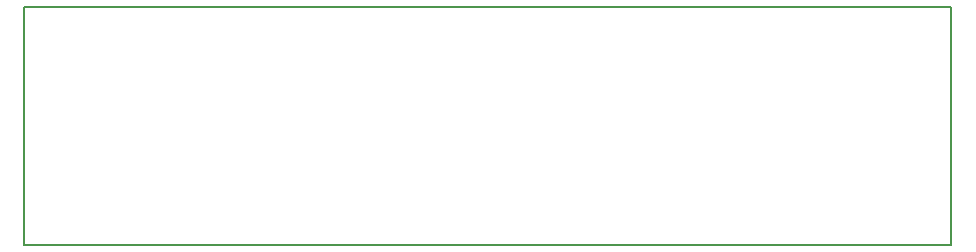
<source format=gm1>
G04 MADE WITH FRITZING*
G04 WWW.FRITZING.ORG*
G04 DOUBLE SIDED*
G04 HOLES PLATED*
G04 CONTOUR ON CENTER OF CONTOUR VECTOR*
%ASAXBY*%
%FSLAX23Y23*%
%MOIN*%
%OFA0B0*%
%SFA1.0B1.0*%
%ADD10R,3.098430X0.799213*%
%ADD11C,0.008000*%
%ADD10C,0.008*%
%LNCONTOUR*%
G90*
G70*
G54D10*
G54D11*
X4Y795D02*
X3094Y795D01*
X3094Y4D01*
X4Y4D01*
X4Y795D01*
D02*
G04 End of contour*
M02*
</source>
